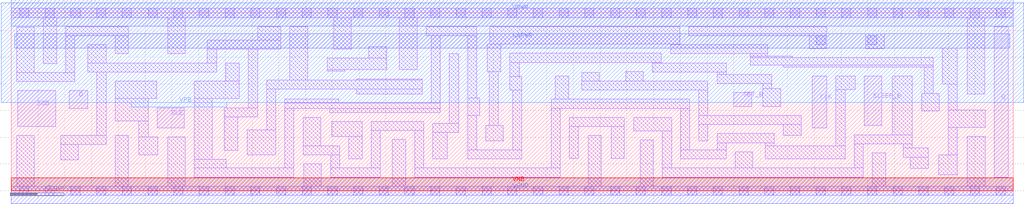
<source format=lef>
# Copyright 2020 The SkyWater PDK Authors
#
# Licensed under the Apache License, Version 2.0 (the "License");
# you may not use this file except in compliance with the License.
# You may obtain a copy of the License at
#
#     https://www.apache.org/licenses/LICENSE-2.0
#
# Unless required by applicable law or agreed to in writing, software
# distributed under the License is distributed on an "AS IS" BASIS,
# WITHOUT WARRANTIES OR CONDITIONS OF ANY KIND, either express or implied.
# See the License for the specific language governing permissions and
# limitations under the License.
#
# SPDX-License-Identifier: Apache-2.0

VERSION 5.7 ;
  NOWIREEXTENSIONATPIN ON ;
  DIVIDERCHAR "/" ;
  BUSBITCHARS "[]" ;
MACRO sky130_fd_sc_lp__srsdfstp_1
  CLASS CORE ;
  FOREIGN sky130_fd_sc_lp__srsdfstp_1 ;
  ORIGIN  0.000000  0.000000 ;
  SIZE  18.72000 BY  3.330000 ;
  SYMMETRY X Y R90 ;
  SITE unit ;
  PIN D
    ANTENNAGATEAREA  0.159000 ;
    DIRECTION INPUT ;
    USE SIGNAL ;
    PORT
      LAYER li1 ;
        RECT 1.085000 1.545000 1.430000 1.875000 ;
    END
  END D
  PIN Q
    ANTENNADIFFAREA  0.573300 ;
    DIRECTION OUTPUT ;
    USE SIGNAL ;
    PORT
      LAYER li1 ;
        RECT 18.365000 0.255000 18.620000 3.075000 ;
    END
  END Q
  PIN SCD
    ANTENNAGATEAREA  0.159000 ;
    DIRECTION INPUT ;
    USE SIGNAL ;
    PORT
      LAYER li1 ;
        RECT 0.125000 1.205000 0.835000 1.875000 ;
    END
  END SCD
  PIN SCE
    ANTENNAGATEAREA  0.318000 ;
    DIRECTION INPUT ;
    USE SIGNAL ;
    PORT
      LAYER li1 ;
        RECT 2.725000 1.180000 3.235000 1.555000 ;
    END
  END SCE
  PIN SET_B
    ANTENNAGATEAREA  0.439000 ;
    DIRECTION INPUT ;
    USE SIGNAL ;
    PORT
      LAYER li1 ;
        RECT 13.500000 1.580000 13.830000 1.840000 ;
    END
  END SET_B
  PIN SLEEP_B
    ANTENNAGATEAREA  0.598000 ;
    DIRECTION INPUT ;
    USE SIGNAL ;
    PORT
      LAYER li1 ;
        RECT 15.935000 1.220000 16.260000 2.150000 ;
    END
  END SLEEP_B
  PIN CLK
    ANTENNAGATEAREA  0.159000 ;
    DIRECTION INPUT ;
    USE CLOCK ;
    PORT
      LAYER li1 ;
        RECT 14.965000 1.180000 15.235000 2.150000 ;
    END
  END CLK
  PIN KAPWR
    DIRECTION INOUT ;
    USE POWER ;
    PORT
      LAYER met1 ;
        RECT 0.070000 2.675000 18.650000 2.945000 ;
    END
  END KAPWR
  PIN VGND
    DIRECTION INOUT ;
    USE GROUND ;
    PORT
      LAYER met1 ;
        RECT 0.000000 -0.245000 18.720000 0.245000 ;
    END
  END VGND
  PIN VNB
    DIRECTION INOUT ;
    USE GROUND ;
    PORT
      LAYER pwell ;
        RECT 0.000000 0.000000 18.720000 0.245000 ;
    END
  END VNB
  PIN VPB
    DIRECTION INOUT ;
    USE POWER ;
    PORT
      LAYER nwell ;
        RECT -0.190000 1.655000 18.910000 3.520000 ;
        RECT  2.245000 1.565000  4.025000 1.655000 ;
    END
  END VPB
  PIN VPWR
    DIRECTION INOUT ;
    USE POWER ;
    PORT
      LAYER met1 ;
        RECT 0.000000 3.085000 18.720000 3.575000 ;
    END
  END VPWR
  OBS
    LAYER li1 ;
      RECT  0.000000 -0.085000 18.720000 0.085000 ;
      RECT  0.000000  3.245000 18.720000 3.415000 ;
      RECT  0.100000  0.085000  0.430000 1.035000 ;
      RECT  0.100000  2.045000  1.190000 2.215000 ;
      RECT  0.100000  2.215000  0.430000 3.065000 ;
      RECT  0.600000  2.385000  0.850000 3.245000 ;
      RECT  0.920000  0.575000  1.250000 0.865000 ;
      RECT  0.920000  0.865000  1.770000 1.035000 ;
      RECT  1.020000  2.215000  1.190000 2.905000 ;
      RECT  1.020000  2.905000  2.190000 3.075000 ;
      RECT  1.430000  2.225000  3.835000 2.395000 ;
      RECT  1.430000  2.395000  1.770000 2.735000 ;
      RECT  1.600000  1.035000  1.770000 2.225000 ;
      RECT  1.940000  0.085000  2.190000 1.035000 ;
      RECT  1.940000  1.305000  2.555000 1.725000 ;
      RECT  1.940000  1.725000  2.720000 2.055000 ;
      RECT  1.940000  2.565000  2.190000 2.905000 ;
      RECT  2.385000  0.675000  2.740000 1.010000 ;
      RECT  2.385000  1.010000  2.555000 1.305000 ;
      RECT  2.920000  0.085000  3.250000 1.010000 ;
      RECT  2.920000  2.565000  3.250000 3.245000 ;
      RECT  3.420000  0.255000  5.280000 0.425000 ;
      RECT  3.420000  0.425000  4.015000 0.585000 ;
      RECT  3.420000  0.585000  3.750000 1.725000 ;
      RECT  3.420000  1.725000  4.260000 2.055000 ;
      RECT  3.665000  2.395000  3.835000 2.655000 ;
      RECT  3.665000  2.655000  5.035000 2.825000 ;
      RECT  3.980000  0.755000  4.230000 1.385000 ;
      RECT  3.980000  1.385000  4.600000 1.555000 ;
      RECT  4.005000  2.055000  4.260000 2.395000 ;
      RECT  4.410000  0.675000  4.940000 1.135000 ;
      RECT  4.430000  1.555000  4.600000 2.655000 ;
      RECT  4.600000  2.825000  5.035000 3.075000 ;
      RECT  4.770000  1.135000  4.940000 1.905000 ;
      RECT  4.770000  1.905000  7.675000 2.075000 ;
      RECT  5.110000  0.425000  5.280000 1.545000 ;
      RECT  5.110000  1.545000  8.015000 1.640000 ;
      RECT  5.110000  1.640000  6.120000 1.715000 ;
      RECT  5.205000  2.075000  5.535000 3.075000 ;
      RECT  5.450000  0.675000  6.135000 0.845000 ;
      RECT  5.450000  0.845000  5.780000 1.375000 ;
      RECT  5.465000  0.085000  5.795000 0.505000 ;
      RECT  5.900000  2.245000  6.230000 2.265000 ;
      RECT  5.900000  2.265000  7.010000 2.485000 ;
      RECT  5.950000  1.470000  8.015000 1.545000 ;
      RECT  5.965000  0.255000  6.895000 0.425000 ;
      RECT  5.965000  0.425000  6.135000 0.675000 ;
      RECT  5.990000  1.015000  6.555000 1.300000 ;
      RECT  6.025000  2.655000  6.355000 3.245000 ;
      RECT  6.305000  0.595000  6.555000 1.015000 ;
      RECT  6.440000  1.810000  7.675000 1.905000 ;
      RECT  6.440000  2.075000  7.675000 2.095000 ;
      RECT  6.680000  2.485000  7.010000 2.695000 ;
      RECT  6.725000  0.425000  6.895000 1.130000 ;
      RECT  6.725000  1.130000  7.705000 1.300000 ;
      RECT  7.115000  0.085000  7.365000 0.960000 ;
      RECT  7.250000  2.265000  7.580000 3.245000 ;
      RECT  7.535000  0.255000 10.255000 0.425000 ;
      RECT  7.535000  0.425000  7.705000 1.130000 ;
      RECT  7.755000  2.905000  8.695000 3.075000 ;
      RECT  7.845000  1.640000  8.015000 2.905000 ;
      RECT  7.875000  0.595000  8.145000 1.095000 ;
      RECT  7.875000  1.095000  8.355000 1.265000 ;
      RECT  8.185000  1.265000  8.355000 2.565000 ;
      RECT  8.525000  0.595000  9.535000 0.765000 ;
      RECT  8.525000  0.765000  8.695000 1.410000 ;
      RECT  8.525000  1.410000  8.755000 1.740000 ;
      RECT  8.525000  1.740000  8.695000 2.905000 ;
      RECT  8.865000  0.935000  9.195000 1.225000 ;
      RECT  8.895000  2.235000  9.145000 2.745000 ;
      RECT  8.925000  1.225000  9.095000 2.235000 ;
      RECT  8.940000  2.745000 12.485000 3.075000 ;
      RECT  9.315000  1.885000  9.535000 2.135000 ;
      RECT  9.315000  2.135000  9.485000 2.405000 ;
      RECT  9.315000  2.405000 12.145000 2.575000 ;
      RECT  9.365000  0.765000  9.535000 1.885000 ;
      RECT 10.085000  0.425000 10.255000 1.545000 ;
      RECT 10.085000  1.545000 12.675000 1.715000 ;
      RECT 10.165000  1.715000 10.415000 2.145000 ;
      RECT 10.425000  0.605000 10.595000 1.205000 ;
      RECT 10.425000  1.205000 11.455000 1.375000 ;
      RECT 10.655000  1.885000 13.015000 2.055000 ;
      RECT 10.655000  2.055000 10.985000 2.215000 ;
      RECT 10.775000  0.085000 11.025000 1.035000 ;
      RECT 11.205000  0.605000 11.455000 1.205000 ;
      RECT 11.475000  2.055000 11.805000 2.235000 ;
      RECT 11.625000  1.125000 12.335000 1.375000 ;
      RECT 11.745000  0.085000 11.995000 0.955000 ;
      RECT 11.975000  2.225000 13.355000 2.395000 ;
      RECT 11.975000  2.395000 12.145000 2.405000 ;
      RECT 12.165000  0.255000 15.915000 0.425000 ;
      RECT 12.165000  0.425000 12.335000 1.125000 ;
      RECT 12.315000  2.565000 14.130000 2.735000 ;
      RECT 12.315000  2.735000 12.485000 2.745000 ;
      RECT 12.505000  0.595000 13.355000 0.765000 ;
      RECT 12.505000  0.765000 12.675000 1.545000 ;
      RECT 12.655000  2.905000 15.235000 3.075000 ;
      RECT 12.845000  0.935000 13.015000 1.240000 ;
      RECT 12.845000  1.240000 14.755000 1.410000 ;
      RECT 12.845000  1.410000 13.015000 1.885000 ;
      RECT 13.185000  0.765000 13.355000 0.900000 ;
      RECT 13.185000  0.900000 14.255000 1.070000 ;
      RECT 13.185000  2.010000 14.210000 2.180000 ;
      RECT 13.185000  2.180000 13.355000 2.225000 ;
      RECT 13.525000  0.425000 13.855000 0.730000 ;
      RECT 13.800000  2.350000 17.220000 2.490000 ;
      RECT 13.800000  2.490000 14.595000 2.520000 ;
      RECT 13.800000  2.520000 14.130000 2.565000 ;
      RECT 14.040000  1.580000 14.370000 1.910000 ;
      RECT 14.040000  1.910000 14.210000 2.010000 ;
      RECT 14.085000  0.595000 15.575000 0.845000 ;
      RECT 14.085000  0.845000 14.255000 0.900000 ;
      RECT 14.425000  1.040000 14.755000 1.240000 ;
      RECT 14.425000  2.320000 17.220000 2.350000 ;
      RECT 14.905000  2.660000 15.235000 2.905000 ;
      RECT 15.405000  0.845000 15.575000 1.900000 ;
      RECT 15.405000  1.900000 15.765000 2.150000 ;
      RECT 15.745000  0.425000 15.915000 0.880000 ;
      RECT 15.745000  0.880000 16.835000 1.050000 ;
      RECT 15.965000  2.660000 16.305000 2.940000 ;
      RECT 16.085000  0.085000 16.335000 0.710000 ;
      RECT 16.455000  1.050000 16.835000 2.150000 ;
      RECT 16.665000  0.630000 17.125000 0.800000 ;
      RECT 16.665000  0.800000 16.835000 0.880000 ;
      RECT 16.795000  0.420000 17.125000 0.630000 ;
      RECT 17.005000  1.495000 17.335000 1.825000 ;
      RECT 17.050000  1.825000 17.220000 2.320000 ;
      RECT 17.325000  0.295000 17.675000 0.675000 ;
      RECT 17.390000  1.995000 17.675000 2.675000 ;
      RECT 17.505000  0.675000 17.675000 1.185000 ;
      RECT 17.505000  1.185000 18.195000 1.515000 ;
      RECT 17.505000  1.515000 17.675000 1.995000 ;
      RECT 17.855000  1.815000 18.185000 3.245000 ;
      RECT 17.860000  0.085000 18.190000 1.015000 ;
    LAYER mcon ;
      RECT  0.155000 -0.085000  0.325000 0.085000 ;
      RECT  0.155000  3.245000  0.325000 3.415000 ;
      RECT  0.635000 -0.085000  0.805000 0.085000 ;
      RECT  0.635000  3.245000  0.805000 3.415000 ;
      RECT  1.115000 -0.085000  1.285000 0.085000 ;
      RECT  1.115000  3.245000  1.285000 3.415000 ;
      RECT  1.595000 -0.085000  1.765000 0.085000 ;
      RECT  1.595000  3.245000  1.765000 3.415000 ;
      RECT  2.075000 -0.085000  2.245000 0.085000 ;
      RECT  2.075000  3.245000  2.245000 3.415000 ;
      RECT  2.555000 -0.085000  2.725000 0.085000 ;
      RECT  2.555000  3.245000  2.725000 3.415000 ;
      RECT  3.035000 -0.085000  3.205000 0.085000 ;
      RECT  3.035000  3.245000  3.205000 3.415000 ;
      RECT  3.515000 -0.085000  3.685000 0.085000 ;
      RECT  3.515000  3.245000  3.685000 3.415000 ;
      RECT  3.995000 -0.085000  4.165000 0.085000 ;
      RECT  3.995000  3.245000  4.165000 3.415000 ;
      RECT  4.475000 -0.085000  4.645000 0.085000 ;
      RECT  4.475000  3.245000  4.645000 3.415000 ;
      RECT  4.955000 -0.085000  5.125000 0.085000 ;
      RECT  4.955000  3.245000  5.125000 3.415000 ;
      RECT  5.435000 -0.085000  5.605000 0.085000 ;
      RECT  5.435000  3.245000  5.605000 3.415000 ;
      RECT  5.915000 -0.085000  6.085000 0.085000 ;
      RECT  5.915000  3.245000  6.085000 3.415000 ;
      RECT  6.395000 -0.085000  6.565000 0.085000 ;
      RECT  6.395000  3.245000  6.565000 3.415000 ;
      RECT  6.875000 -0.085000  7.045000 0.085000 ;
      RECT  6.875000  3.245000  7.045000 3.415000 ;
      RECT  7.355000 -0.085000  7.525000 0.085000 ;
      RECT  7.355000  3.245000  7.525000 3.415000 ;
      RECT  7.835000 -0.085000  8.005000 0.085000 ;
      RECT  7.835000  3.245000  8.005000 3.415000 ;
      RECT  8.315000 -0.085000  8.485000 0.085000 ;
      RECT  8.315000  3.245000  8.485000 3.415000 ;
      RECT  8.795000 -0.085000  8.965000 0.085000 ;
      RECT  8.795000  3.245000  8.965000 3.415000 ;
      RECT  9.275000 -0.085000  9.445000 0.085000 ;
      RECT  9.275000  3.245000  9.445000 3.415000 ;
      RECT  9.755000 -0.085000  9.925000 0.085000 ;
      RECT  9.755000  3.245000  9.925000 3.415000 ;
      RECT 10.235000 -0.085000 10.405000 0.085000 ;
      RECT 10.235000  3.245000 10.405000 3.415000 ;
      RECT 10.715000 -0.085000 10.885000 0.085000 ;
      RECT 10.715000  3.245000 10.885000 3.415000 ;
      RECT 11.195000 -0.085000 11.365000 0.085000 ;
      RECT 11.195000  3.245000 11.365000 3.415000 ;
      RECT 11.675000 -0.085000 11.845000 0.085000 ;
      RECT 11.675000  3.245000 11.845000 3.415000 ;
      RECT 12.155000 -0.085000 12.325000 0.085000 ;
      RECT 12.155000  3.245000 12.325000 3.415000 ;
      RECT 12.635000 -0.085000 12.805000 0.085000 ;
      RECT 12.635000  3.245000 12.805000 3.415000 ;
      RECT 13.115000 -0.085000 13.285000 0.085000 ;
      RECT 13.115000  3.245000 13.285000 3.415000 ;
      RECT 13.595000 -0.085000 13.765000 0.085000 ;
      RECT 13.595000  3.245000 13.765000 3.415000 ;
      RECT 14.075000 -0.085000 14.245000 0.085000 ;
      RECT 14.075000  3.245000 14.245000 3.415000 ;
      RECT 14.555000 -0.085000 14.725000 0.085000 ;
      RECT 14.555000  3.245000 14.725000 3.415000 ;
      RECT 15.035000 -0.085000 15.205000 0.085000 ;
      RECT 15.035000  2.735000 15.205000 2.905000 ;
      RECT 15.035000  3.245000 15.205000 3.415000 ;
      RECT 15.515000 -0.085000 15.685000 0.085000 ;
      RECT 15.515000  3.245000 15.685000 3.415000 ;
      RECT 15.995000 -0.085000 16.165000 0.085000 ;
      RECT 15.995000  2.735000 16.165000 2.905000 ;
      RECT 15.995000  3.245000 16.165000 3.415000 ;
      RECT 16.475000 -0.085000 16.645000 0.085000 ;
      RECT 16.475000  3.245000 16.645000 3.415000 ;
      RECT 16.955000 -0.085000 17.125000 0.085000 ;
      RECT 16.955000  3.245000 17.125000 3.415000 ;
      RECT 17.435000 -0.085000 17.605000 0.085000 ;
      RECT 17.435000  3.245000 17.605000 3.415000 ;
      RECT 17.915000 -0.085000 18.085000 0.085000 ;
      RECT 17.915000  3.245000 18.085000 3.415000 ;
      RECT 18.395000 -0.085000 18.565000 0.085000 ;
      RECT 18.395000  3.245000 18.565000 3.415000 ;
  END
END sky130_fd_sc_lp__srsdfstp_1
END LIBRARY

</source>
